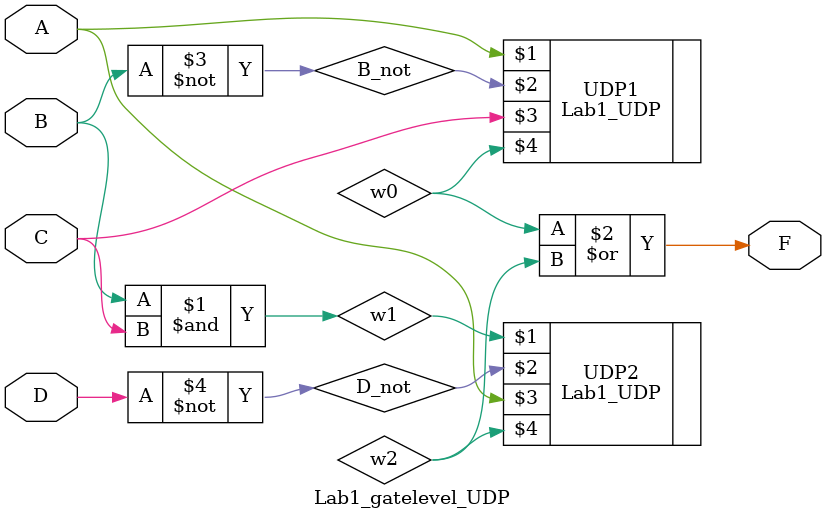
<source format=v>
module Lab1_gatelevel_UDP(F, A, B, C, D);
    input A, B, C, D;
    output F;
    wire B_not, D_not, w0, w1, w2;
    not nb(B_not, B), nd(D_not, D);

    Lab1_UDP UDP1(A, B_not, C, w0);
    and G1(w1, B, C);
    Lab1_UDP UDP2(w1, D_not, A, w2);
    or G2(F, w0, w2);
endmodule
</source>
